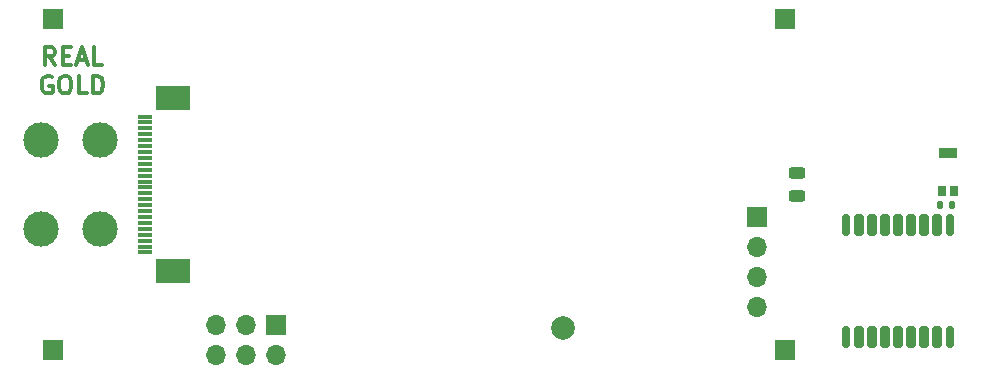
<source format=gbr>
%TF.GenerationSoftware,KiCad,Pcbnew,(6.0.1)*%
%TF.CreationDate,2022-04-20T12:26:56-06:00*%
%TF.ProjectId,SolarGPS,536f6c61-7247-4505-932e-6b696361645f,rev?*%
%TF.SameCoordinates,Original*%
%TF.FileFunction,Soldermask,Top*%
%TF.FilePolarity,Negative*%
%FSLAX46Y46*%
G04 Gerber Fmt 4.6, Leading zero omitted, Abs format (unit mm)*
G04 Created by KiCad (PCBNEW (6.0.1)) date 2022-04-20 12:26:56*
%MOMM*%
%LPD*%
G01*
G04 APERTURE LIST*
G04 Aperture macros list*
%AMRoundRect*
0 Rectangle with rounded corners*
0 $1 Rounding radius*
0 $2 $3 $4 $5 $6 $7 $8 $9 X,Y pos of 4 corners*
0 Add a 4 corners polygon primitive as box body*
4,1,4,$2,$3,$4,$5,$6,$7,$8,$9,$2,$3,0*
0 Add four circle primitives for the rounded corners*
1,1,$1+$1,$2,$3*
1,1,$1+$1,$4,$5*
1,1,$1+$1,$6,$7*
1,1,$1+$1,$8,$9*
0 Add four rect primitives between the rounded corners*
20,1,$1+$1,$2,$3,$4,$5,0*
20,1,$1+$1,$4,$5,$6,$7,0*
20,1,$1+$1,$6,$7,$8,$9,0*
20,1,$1+$1,$8,$9,$2,$3,0*%
%AMOutline4P*
0 Free polygon, 4 corners , with rotation*
0 The origin of the aperture is its center*
0 number of corners: always 4*
0 $1 to $8 corner X, Y*
0 $9 Rotation angle, in degrees counterclockwise*
0 create outline with 4 corners*
4,1,4,$1,$2,$3,$4,$5,$6,$7,$8,$1,$2,$9*%
G04 Aperture macros list end*
%ADD10C,0.300000*%
%ADD11C,2.000000*%
%ADD12RoundRect,0.243750X0.456250X-0.243750X0.456250X0.243750X-0.456250X0.243750X-0.456250X-0.243750X0*%
%ADD13C,3.000000*%
%ADD14RoundRect,0.147500X0.147500X0.172500X-0.147500X0.172500X-0.147500X-0.172500X0.147500X-0.172500X0*%
%ADD15RoundRect,0.175000X0.175000X-0.725000X0.175000X0.725000X-0.175000X0.725000X-0.175000X-0.725000X0*%
%ADD16RoundRect,0.200000X0.200000X-0.700000X0.200000X0.700000X-0.200000X0.700000X-0.200000X-0.700000X0*%
%ADD17Outline4P,-0.400000X-0.325000X0.400000X-0.325000X0.400000X0.325000X-0.400000X0.325000X270.000000*%
%ADD18Outline4P,-0.400000X-0.800000X0.400000X-0.800000X0.400000X0.800000X-0.400000X0.800000X270.000000*%
%ADD19R,3.000000X2.000000*%
%ADD20R,1.250000X0.300000*%
%ADD21R,1.700000X1.700000*%
%ADD22O,1.700000X1.700000*%
G04 APERTURE END LIST*
D10*
X53185714Y-55871071D02*
X52685714Y-55156785D01*
X52328571Y-55871071D02*
X52328571Y-54371071D01*
X52900000Y-54371071D01*
X53042857Y-54442500D01*
X53114285Y-54513928D01*
X53185714Y-54656785D01*
X53185714Y-54871071D01*
X53114285Y-55013928D01*
X53042857Y-55085357D01*
X52900000Y-55156785D01*
X52328571Y-55156785D01*
X53828571Y-55085357D02*
X54328571Y-55085357D01*
X54542857Y-55871071D02*
X53828571Y-55871071D01*
X53828571Y-54371071D01*
X54542857Y-54371071D01*
X55114285Y-55442500D02*
X55828571Y-55442500D01*
X54971428Y-55871071D02*
X55471428Y-54371071D01*
X55971428Y-55871071D01*
X57185714Y-55871071D02*
X56471428Y-55871071D01*
X56471428Y-54371071D01*
X52900000Y-56857500D02*
X52757142Y-56786071D01*
X52542857Y-56786071D01*
X52328571Y-56857500D01*
X52185714Y-57000357D01*
X52114285Y-57143214D01*
X52042857Y-57428928D01*
X52042857Y-57643214D01*
X52114285Y-57928928D01*
X52185714Y-58071785D01*
X52328571Y-58214642D01*
X52542857Y-58286071D01*
X52685714Y-58286071D01*
X52900000Y-58214642D01*
X52971428Y-58143214D01*
X52971428Y-57643214D01*
X52685714Y-57643214D01*
X53900000Y-56786071D02*
X54185714Y-56786071D01*
X54328571Y-56857500D01*
X54471428Y-57000357D01*
X54542857Y-57286071D01*
X54542857Y-57786071D01*
X54471428Y-58071785D01*
X54328571Y-58214642D01*
X54185714Y-58286071D01*
X53900000Y-58286071D01*
X53757142Y-58214642D01*
X53614285Y-58071785D01*
X53542857Y-57786071D01*
X53542857Y-57286071D01*
X53614285Y-57000357D01*
X53757142Y-56857500D01*
X53900000Y-56786071D01*
X55900000Y-58286071D02*
X55185714Y-58286071D01*
X55185714Y-56786071D01*
X56400000Y-58286071D02*
X56400000Y-56786071D01*
X56757142Y-56786071D01*
X56971428Y-56857500D01*
X57114285Y-57000357D01*
X57185714Y-57143214D01*
X57257142Y-57428928D01*
X57257142Y-57643214D01*
X57185714Y-57928928D01*
X57114285Y-58071785D01*
X56971428Y-58214642D01*
X56757142Y-58286071D01*
X56400000Y-58286071D01*
D11*
%TO.C,TP1*%
X96200000Y-78150000D03*
%TD*%
D12*
%TO.C,D2*%
X116000000Y-66937500D03*
X116000000Y-65062500D03*
%TD*%
D13*
%TO.C,J7*%
X57000000Y-62250000D03*
X52000000Y-62250000D03*
X52000000Y-69750000D03*
X57000000Y-69750000D03*
%TD*%
D14*
%TO.C,C1*%
X129085000Y-67750000D03*
X128115000Y-67750000D03*
%TD*%
D15*
%TO.C,U2*%
X120150000Y-78950000D03*
D16*
X121250000Y-78950000D03*
X122350000Y-78950000D03*
X123450000Y-78950000D03*
X124550000Y-78950000D03*
X125650000Y-78950000D03*
X126750000Y-78950000D03*
X127850000Y-78950000D03*
D15*
X128950000Y-78950000D03*
X128950000Y-69450000D03*
D16*
X127850000Y-69450000D03*
X126750000Y-69450000D03*
X125650000Y-69450000D03*
X124550000Y-69450000D03*
X123450000Y-69450000D03*
X122350000Y-69450000D03*
X121250000Y-69450000D03*
D15*
X120150000Y-69450000D03*
%TD*%
D17*
%TO.C,AE1*%
X128300000Y-66550000D03*
X129300000Y-66550000D03*
D18*
X128800000Y-63350000D03*
%TD*%
D19*
%TO.C,J1*%
X63125000Y-73290000D03*
X63125000Y-58710000D03*
D20*
X60800000Y-60250000D03*
X60800000Y-60750000D03*
X60800000Y-61250000D03*
X60800000Y-61750000D03*
X60800000Y-62250000D03*
X60800000Y-62750000D03*
X60800000Y-63250000D03*
X60800000Y-63750000D03*
X60800000Y-64250000D03*
X60800000Y-64750000D03*
X60800000Y-65250000D03*
X60800000Y-65750000D03*
X60800000Y-66250000D03*
X60800000Y-66750000D03*
X60800000Y-67250000D03*
X60800000Y-67750000D03*
X60800000Y-68250000D03*
X60800000Y-68750000D03*
X60800000Y-69250000D03*
X60800000Y-69750000D03*
X60800000Y-70250000D03*
X60800000Y-70750000D03*
X60800000Y-71250000D03*
X60800000Y-71750000D03*
%TD*%
D21*
%TO.C,J4*%
X71875000Y-77900000D03*
D22*
X71875000Y-80440000D03*
X69335000Y-77900000D03*
X69335000Y-80440000D03*
X66795000Y-77900000D03*
X66795000Y-80440000D03*
%TD*%
D21*
%TO.C,J2*%
X53000000Y-80000000D03*
%TD*%
%TO.C,J3*%
X53000000Y-52000000D03*
%TD*%
%TO.C,J6*%
X115000000Y-52000000D03*
%TD*%
%TO.C,J5*%
X115000000Y-80000000D03*
%TD*%
%TO.C,J8*%
X112625000Y-68750000D03*
D22*
X112625000Y-71290000D03*
X112625000Y-73830000D03*
X112625000Y-76370000D03*
%TD*%
M02*

</source>
